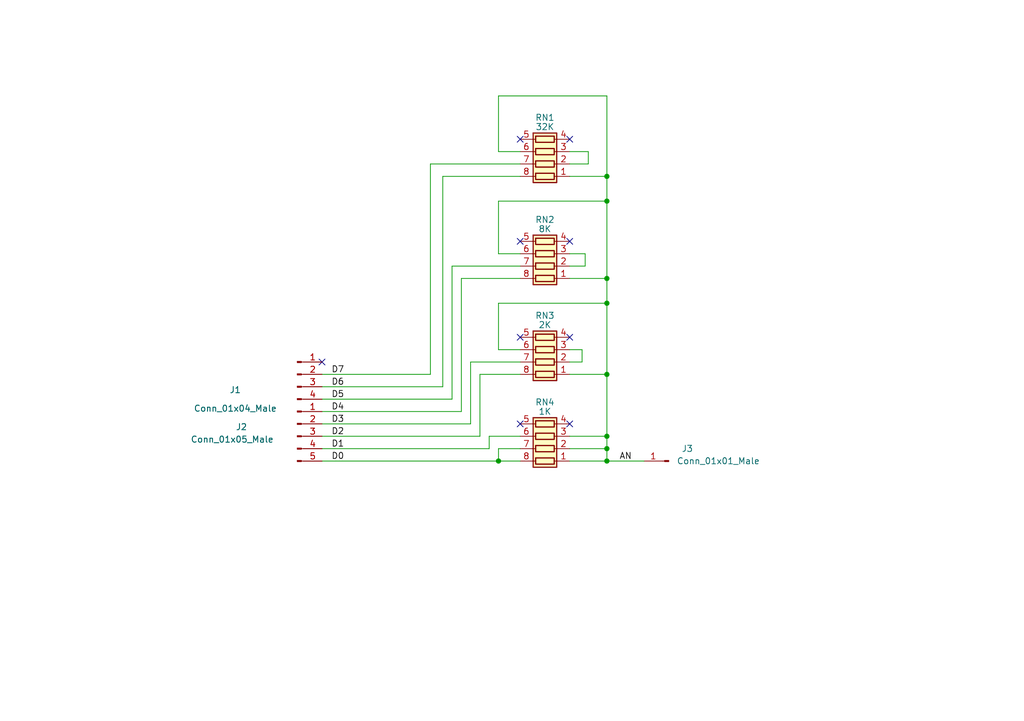
<source format=kicad_sch>
(kicad_sch (version 20211123) (generator eeschema)
  (paper "A5")
  (title_block (title "8-Bit Resistor DAC") (date "2022-12-12") (rev "1.0") (company "Will Schoenfeld"))
  (lib_symbols
    (symbol "Connector:Conn_01x01_Male" (pin_names (offset 1.016) hide)
      (property "Reference" "J" (at 0 2.54 0))
      (property "Value" "Conn_01x01_Male" (at 0 -2.54 0))
      (symbol "Conn_01x01_Male_1_1"
        (polyline (pts (xy 1.27 0) (xy 0.8636 0)) (stroke (width 0.1524)))
        (rectangle (start 0.8636 0.127) (end 0 -0.127) (stroke (width 0.1524)) (fill (type outline)))
        (pin passive line (at 5.08 0 180) (length 3.81) (name "Pin_1") (number "1"))
      )
    )
    (symbol "Connector:Conn_01x04_Male" (pin_names (offset 1.016) hide)
      (property "Reference" "J" (at 0 5.08 0))
      (property "Value" "Conn_01x04_Male" (at 0 -7.62 0))
      (symbol "Conn_01x04_Male_1_1"
        (polyline (pts (xy 1.27 -5.08) (xy 0.8636 -5.08)) (stroke (width 0.1524)))
        (polyline (pts (xy 1.27 -2.54) (xy 0.8636 -2.54)) (stroke (width 0.1524)))
        (polyline (pts (xy 1.27 0) (xy 0.8636 0)) (stroke (width 0.1524)))
        (polyline (pts (xy 1.27 2.54) (xy 0.8636 2.54)) (stroke (width 0.1524)))
        (rectangle (start 0.8636 -4.953) (end 0 -5.207) (stroke (width 0.1524)) (fill (type outline)))
        (rectangle (start 0.8636 -2.413) (end 0 -2.667) (stroke (width 0.1524)) (fill (type outline)))
        (rectangle (start 0.8636 0.127) (end 0 -0.127) (stroke (width 0.1524)) (fill (type outline)))
        (rectangle (start 0.8636 2.667) (end 0 2.413) (stroke (width 0.1524)) (fill (type outline)))
        (pin passive line (at 5.08 2.54 180) (length 3.81) (name "Pin_1") (number "1"))
        (pin passive line (at 5.08 0 180) (length 3.81) (name "Pin_2") (number "2"))
        (pin passive line (at 5.08 -2.54 180) (length 3.81) (name "Pin_3") (number "3"))
        (pin passive line (at 5.08 -5.08 180) (length 3.81) (name "Pin_4") (number "4"))
      )
    )
    (symbol "Connector:Conn_01x05_Male" (pin_names (offset 1.016) hide)
      (property "Reference" "J" (at 0 7.62 0))
      (property "Value" "Conn_01x05_Male" (at 0 -7.62 0))
      (symbol "Conn_01x05_Male_1_1"
        (polyline (pts (xy 1.27 -5.08) (xy 0.8636 -5.08)) (stroke (width 0.1524)))
        (polyline (pts (xy 1.27 -2.54) (xy 0.8636 -2.54)) (stroke (width 0.1524)))
        (polyline (pts (xy 1.27 0) (xy 0.8636 0)) (stroke (width 0.1524)))
        (polyline (pts (xy 1.27 2.54) (xy 0.8636 2.54)) (stroke (width 0.1524)))
        (polyline (pts (xy 1.27 5.08) (xy 0.8636 5.08)) (stroke (width 0.1524)))
        (rectangle (start 0.8636 -4.953) (end 0 -5.207) (stroke (width 0.1524)) (fill (type outline)))
        (rectangle (start 0.8636 -2.413) (end 0 -2.667) (stroke (width 0.1524)) (fill (type outline)))
        (rectangle (start 0.8636 0.127) (end 0 -0.127) (stroke (width 0.1524)) (fill (type outline)))
        (rectangle (start 0.8636 2.667) (end 0 2.413) (stroke (width 0.1524)) (fill (type outline)))
        (rectangle (start 0.8636 5.207) (end 0 4.953) (stroke (width 0.1524)) (fill (type outline)))
        (pin passive line (at 5.08 5.08 180) (length 3.81) (name "Pin_1") (number "1"))
        (pin passive line (at 5.08 2.54 180) (length 3.81) (name "Pin_2") (number "2"))
        (pin passive line (at 5.08 0 180) (length 3.81) (name "Pin_3") (number "3"))
        (pin passive line (at 5.08 -2.54 180) (length 3.81) (name "Pin_4") (number "4"))
        (pin passive line (at 5.08 -5.08 180) (length 3.81) (name "Pin_5") (number "5"))
      )
    )
    (symbol "Device:R_Pack04" (pin_names (offset 0) hide)
      (property "Reference" "RN" (at -7.62 0 90))
      (property "Value" "R_Pack04" (at 5.08 0 90))
      (symbol "R_Pack04_0_1"
        (rectangle (start -6.35 -2.413) (end 3.81 2.413) (stroke (width 0.254)) (fill (type background)))
        (rectangle (start -5.715 1.905) (end -4.445 -1.905) (stroke (width 0.254)))
        (rectangle (start -3.175 1.905) (end -1.905 -1.905) (stroke (width 0.254)))
        (rectangle (start -0.635 1.905) (end 0.635 -1.905) (stroke (width 0.254)))
        (polyline (pts (xy -5.08 -2.54) (xy -5.08 -1.905)))
        (polyline (pts (xy -5.08 1.905) (xy -5.08 2.54)))
        (polyline (pts (xy -2.54 -2.54) (xy -2.54 -1.905)))
        (polyline (pts (xy -2.54 1.905) (xy -2.54 2.54)))
        (polyline (pts (xy 0 -2.54) (xy 0 -1.905)))
        (polyline (pts (xy 0 1.905) (xy 0 2.54)))
        (polyline (pts (xy 2.54 -2.54) (xy 2.54 -1.905)))
        (polyline (pts (xy 2.54 1.905) (xy 2.54 2.54)))
        (rectangle (start 1.905 1.905) (end 3.175 -1.905) (stroke (width 0.254)))
      )
      (symbol "R_Pack04_1_1"
        (pin passive line (at -5.08 -5.08 90) (length 2.54) (name "R1.1") (number "1"))
        (pin passive line (at -2.54 -5.08 90) (length 2.54) (name "R2.1") (number "2"))
        (pin passive line (at 0 -5.08 90) (length 2.54) (name "R3.1") (number "3"))
        (pin passive line (at 2.54 -5.08 90) (length 2.54) (name "R4.1") (number "4"))
        (pin passive line (at 2.54 5.08 270) (length 2.54) (name "R4.2") (number "5"))
        (pin passive line (at 0 5.08 270) (length 2.54) (name "R3.2") (number "6"))
        (pin passive line (at -2.54 5.08 270) (length 2.54) (name "R2.2") (number "7"))
        (pin passive line (at -5.08 5.08 270) (length 2.54) (name "R1.2") (number "8"))
      )
    )
  )
  (junction (at 102.235 94.615))
  (junction (at 124.46 94.615))
  (junction (at 124.46 76.835))
  (junction (at 124.46 36.195))
  (junction (at 124.46 89.535))
  (junction (at 124.46 57.15))
  (junction (at 124.46 92.075))
  (junction (at 124.46 62.23))
  (junction (at 124.46 41.275))
  (no_connect (at 66.04 74.295))
  (no_connect (at 106.68 49.53))
  (no_connect (at 116.84 49.53))
  (no_connect (at 116.84 69.215))
  (no_connect (at 106.68 69.215))
  (no_connect (at 116.84 86.995))
  (no_connect (at 106.68 86.995))
  (no_connect (at 116.84 28.575))
  (no_connect (at 106.68 28.575))
  (wire (pts (xy 92.71 54.61) (xy 106.68 54.61)))
  (wire (pts (xy 66.04 76.835) (xy 88.265 76.835)))
  (wire (pts (xy 116.84 89.535) (xy 124.46 89.535)))
  (wire (pts (xy 66.04 86.995) (xy 96.52 86.995)))
  (wire (pts (xy 106.68 92.075) (xy 102.235 92.075)))
  (wire (pts (xy 124.46 41.275) (xy 124.46 57.15)))
  (wire (pts (xy 100.33 89.535) (xy 106.68 89.535)))
  (wire (pts (xy 120.65 31.115) (xy 116.84 31.115)))
  (wire (pts (xy 124.46 94.615) (xy 124.46 92.075)))
  (wire (pts (xy 119.38 71.755) (xy 116.84 71.755)))
  (wire (pts (xy 92.71 81.915) (xy 92.71 54.61)))
  (wire (pts (xy 66.04 89.535) (xy 98.425 89.535)))
  (wire (pts (xy 120.015 54.61) (xy 120.015 52.07)))
  (wire (pts (xy 124.46 62.23) (xy 124.46 76.835)))
  (wire (pts (xy 88.265 76.835) (xy 88.265 33.655)))
  (wire (pts (xy 66.04 94.615) (xy 102.235 94.615)))
  (wire (pts (xy 102.235 19.685) (xy 124.46 19.685)))
  (wire (pts (xy 116.84 36.195) (xy 124.46 36.195)))
  (wire (pts (xy 66.04 92.075) (xy 100.33 92.075)))
  (wire (pts (xy 116.84 57.15) (xy 124.46 57.15)))
  (wire (pts (xy 102.235 41.275) (xy 124.46 41.275)))
  (wire (pts (xy 66.04 79.375) (xy 90.805 79.375)))
  (wire (pts (xy 102.235 71.755) (xy 102.235 62.23)))
  (wire (pts (xy 116.84 33.655) (xy 120.65 33.655)))
  (wire (pts (xy 88.265 33.655) (xy 106.68 33.655)))
  (wire (pts (xy 98.425 76.835) (xy 106.68 76.835)))
  (wire (pts (xy 124.46 76.835) (xy 116.84 76.835)))
  (wire (pts (xy 102.235 52.07) (xy 106.68 52.07)))
  (wire (pts (xy 116.84 92.075) (xy 124.46 92.075)))
  (wire (pts (xy 94.615 57.15) (xy 106.68 57.15)))
  (wire (pts (xy 102.235 31.115) (xy 102.235 19.685)))
  (wire (pts (xy 124.46 89.535) (xy 124.46 76.835)))
  (wire (pts (xy 66.04 84.455) (xy 94.615 84.455)))
  (wire (pts (xy 102.235 92.075) (xy 102.235 94.615)))
  (wire (pts (xy 120.65 33.655) (xy 120.65 31.115)))
  (wire (pts (xy 124.46 36.195) (xy 124.46 41.275)))
  (wire (pts (xy 96.52 74.295) (xy 106.68 74.295)))
  (wire (pts (xy 98.425 89.535) (xy 98.425 76.835)))
  (wire (pts (xy 124.46 19.685) (xy 124.46 36.195)))
  (wire (pts (xy 94.615 84.455) (xy 94.615 57.15)))
  (wire (pts (xy 116.84 52.07) (xy 120.015 52.07)))
  (wire (pts (xy 124.46 57.15) (xy 124.46 62.23)))
  (wire (pts (xy 116.84 54.61) (xy 120.015 54.61)))
  (wire (pts (xy 90.805 79.375) (xy 90.805 36.195)))
  (wire (pts (xy 124.46 94.615) (xy 132.08 94.615)))
  (wire (pts (xy 102.235 62.23) (xy 124.46 62.23)))
  (wire (pts (xy 66.04 81.915) (xy 92.71 81.915)))
  (wire (pts (xy 116.84 94.615) (xy 124.46 94.615)))
  (wire (pts (xy 90.805 36.195) (xy 106.68 36.195)))
  (wire (pts (xy 102.235 94.615) (xy 106.68 94.615)))
  (wire (pts (xy 96.52 86.995) (xy 96.52 74.295)))
  (wire (pts (xy 119.38 74.295) (xy 119.38 71.755)))
  (wire (pts (xy 102.235 52.07) (xy 102.235 41.275)))
  (wire (pts (xy 124.46 92.075) (xy 124.46 89.535)))
  (wire (pts (xy 116.84 74.295) (xy 119.38 74.295)))
  (wire (pts (xy 106.68 71.755) (xy 102.235 71.755)))
  (wire (pts (xy 100.33 92.075) (xy 100.33 89.535)))
  (wire (pts (xy 106.68 31.115) (xy 102.235 31.115)))
  (label "D4" (at 67.945 84.455 0))
  (label "D0" (at 67.945 94.615 0))
  (label "D6" (at 67.945 79.375 0))
  (label "D2" (at 67.945 89.535 0))
  (label "D5" (at 67.945 81.915 0))
  (label "AN" (at 127 94.615 0))
  (label "D3" (at 67.945 86.995 0))
  (label "D7" (at 67.945 76.835 0))
  (label "D1" (at 67.945 92.075 0))
  (symbol (lib_id "Device:R_Pack04") (at 111.76 71.755 90) (unit 1)
    (property "Reference" "RN3" (at 111.76 64.77 90))
    (property "Value" "2K" (at 111.76 66.675 90))
    (property "Footprint" "Resistor_SMD:R_Array_Convex_4x0603" (effects hide))
  )
  (symbol (lib_id "Connector:Conn_01x05_Male") (at 60.96 89.535 0) (unit 1)
    (property "Reference" "J2" (at 49.53 87.63 0))
    (property "Value" "Conn_01x05_Male" (at 47.625 90.17 0))
    (property "Footprint" "Connector_PinHeader_2.54mm:PinHeader_1x05_P2.54mm_Vertical" (effects hide))
  )
  (symbol (lib_id "Device:R_Pack04") (at 111.76 31.115 90) (unit 1)
    (property "Reference" "RN1" (at 111.76 24.13 90))
    (property "Value" "32K" (at 111.76 26.035 90))
    (property "Footprint" "Resistor_SMD:R_Array_Convex_4x0603" (effects hide))
  )
  (symbol (lib_id "Connector:Conn_01x01_Male") (at 137.16 94.615 0) (mirror y) (unit 1)
    (property "Reference" "J3" (at 140.97 92.075 0))
    (property "Value" "Conn_01x01_Male" (at 147.32 94.615 0))
    (property "Footprint" "Connector_PinHeader_2.54mm:PinHeader_1x01_P2.54mm_Vertical" (effects hide))
  )
  (symbol (lib_id "Device:R_Pack04") (at 111.76 52.07 90) (unit 1)
    (property "Reference" "RN2" (at 111.76 45.085 90))
    (property "Value" "8K" (at 111.76 46.99 90))
    (property "Footprint" "Resistor_SMD:R_Array_Convex_4x0603" (effects hide))
  )
  (symbol (lib_id "Connector:Conn_01x04_Male") (at 60.96 76.835 0) (unit 1)
    (property "Reference" "J1" (at 48.26 80.01 0))
    (property "Value" "Conn_01x04_Male" (at 48.26 83.82 0))
    (property "Footprint" "Connector_PinHeader_2.54mm:PinHeader_1x04_P2.54mm_Vertical" (effects hide))
  )
  (symbol (lib_id "Device:R_Pack04") (at 111.76 89.535 90) (unit 1)
    (property "Reference" "RN4" (at 111.76 82.55 90))
    (property "Value" "1K" (at 111.76 84.455 90))
    (property "Footprint" "Resistor_SMD:R_Array_Convex_4x0603" (effects hide))
  )
)
</source>
